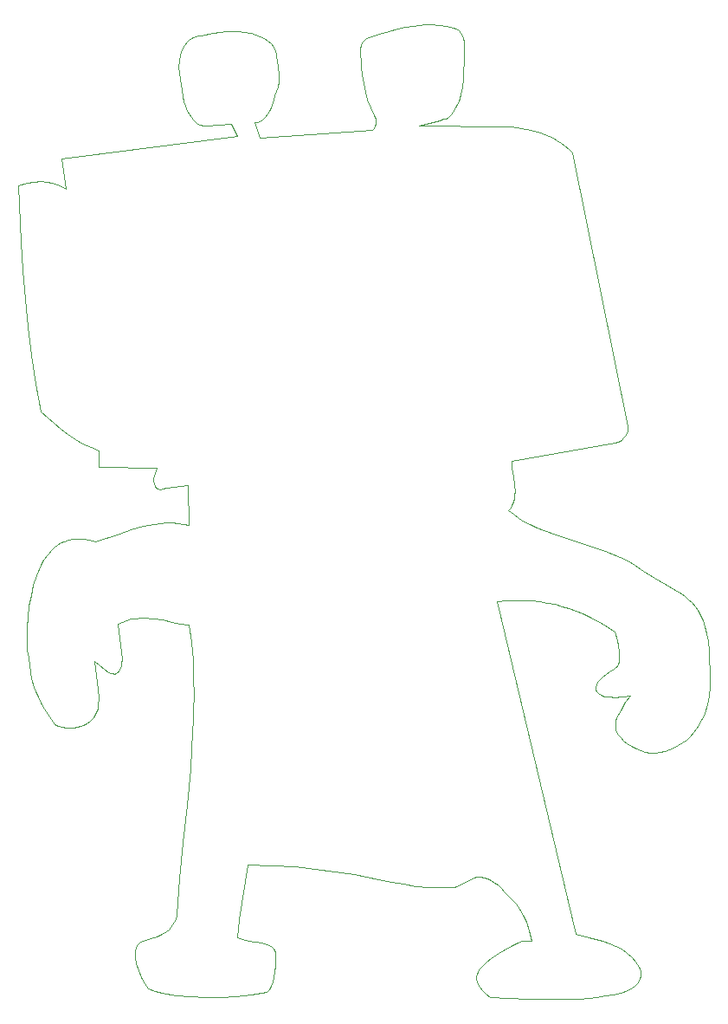
<source format=gbr>
%TF.GenerationSoftware,KiCad,Pcbnew,(5.1.6)-1*%
%TF.CreationDate,2021-02-21T20:50:40+01:00*%
%TF.ProjectId,RobiV3,526f6269-5633-42e6-9b69-6361645f7063,rev?*%
%TF.SameCoordinates,Original*%
%TF.FileFunction,Profile,NP*%
%FSLAX46Y46*%
G04 Gerber Fmt 4.6, Leading zero omitted, Abs format (unit mm)*
G04 Created by KiCad (PCBNEW (5.1.6)-1) date 2021-02-21 20:50:40*
%MOMM*%
%LPD*%
G01*
G04 APERTURE LIST*
%TA.AperFunction,Profile*%
%ADD10C,0.100000*%
%TD*%
G04 APERTURE END LIST*
D10*
X126070100Y-52792060D02*
X125542000Y-52804600D01*
X125542000Y-52804600D02*
X124951200Y-52846110D01*
X124951200Y-52846110D02*
X124294300Y-52922420D01*
X124294300Y-52922420D02*
X123571700Y-53040260D01*
X123571700Y-53040260D02*
X122779900Y-53202800D01*
X122779900Y-53202800D02*
X121916600Y-53418260D01*
X121916600Y-53418260D02*
X120982800Y-53689850D01*
X120982800Y-53689850D02*
X119975500Y-54025210D01*
X119975500Y-54025210D02*
X119767000Y-54139300D01*
X119767000Y-54139300D02*
X119596900Y-54265920D01*
X119596900Y-54265920D02*
X119463000Y-54400220D01*
X119463000Y-54400220D02*
X119361200Y-54541440D01*
X119361200Y-54541440D02*
X119234300Y-54831340D01*
X119234300Y-54831340D02*
X119190000Y-55113580D01*
X119190000Y-55113580D02*
X119279700Y-56836020D01*
X119279700Y-56836020D02*
X119361400Y-57685550D01*
X119361400Y-57685550D02*
X119480300Y-58522550D01*
X119480300Y-58522550D02*
X119648500Y-59344210D01*
X119648500Y-59344210D02*
X119874100Y-60147350D01*
X119874100Y-60147350D02*
X120170200Y-60929400D01*
X120170200Y-60929400D02*
X120542900Y-61685200D01*
X120542900Y-61685200D02*
X120647700Y-62030300D01*
X120647700Y-62030300D02*
X120702100Y-62376300D01*
X120702100Y-62376300D02*
X120684500Y-62548300D01*
X120684500Y-62548300D02*
X120622200Y-62721400D01*
X120622200Y-62721400D02*
X120505400Y-62894300D01*
X120505400Y-62894300D02*
X120326200Y-63066300D01*
X120326200Y-63066300D02*
X109332200Y-63903400D01*
X109332200Y-63903400D02*
X108807200Y-62313400D01*
X108807200Y-62313400D02*
X108936100Y-62347300D01*
X108936100Y-62347300D02*
X109067000Y-62348200D01*
X109067000Y-62348200D02*
X109331900Y-62262200D01*
X109331900Y-62262200D02*
X109595000Y-62080600D01*
X109595000Y-62080600D02*
X109848700Y-61829200D01*
X109848700Y-61829200D02*
X110080500Y-61533500D01*
X110080500Y-61533500D02*
X110280900Y-61219300D01*
X110280900Y-61219300D02*
X110441100Y-60912900D01*
X110441100Y-60912900D02*
X110551900Y-60638330D01*
X110551900Y-60638330D02*
X110670800Y-60165690D01*
X110670800Y-60165690D02*
X110815800Y-59738490D01*
X110815800Y-59738490D02*
X110959900Y-59316150D01*
X110959900Y-59316150D02*
X111085800Y-58859030D01*
X111085800Y-58859030D02*
X111174400Y-58326350D01*
X111174400Y-58326350D02*
X111201600Y-57676950D01*
X111201600Y-57676950D02*
X111146200Y-56869880D01*
X111146200Y-56869880D02*
X110989000Y-55866600D01*
X110989000Y-55866600D02*
X110959800Y-55626810D01*
X110959800Y-55626810D02*
X110903400Y-55404620D01*
X110903400Y-55404620D02*
X110718100Y-55007350D01*
X110718100Y-55007350D02*
X110449200Y-54668060D01*
X110449200Y-54668060D02*
X110115600Y-54379080D01*
X110115600Y-54379080D02*
X109734000Y-54135560D01*
X109734000Y-54135560D02*
X109317800Y-53930570D01*
X109317800Y-53930570D02*
X108458500Y-53605870D01*
X108458500Y-53605870D02*
X107848200Y-53514970D01*
X107848200Y-53514970D02*
X107238700Y-53466520D01*
X107238700Y-53466520D02*
X106626200Y-53456790D01*
X106626200Y-53456790D02*
X106015800Y-53482040D01*
X106015800Y-53482040D02*
X105406300Y-53539090D01*
X105406300Y-53539090D02*
X104793700Y-53623070D01*
X104793700Y-53623070D02*
X103573900Y-53857050D01*
X103573900Y-53857050D02*
X103299000Y-53897650D01*
X103299000Y-53897650D02*
X103047200Y-53962350D01*
X103047200Y-53962350D02*
X102817300Y-54051390D01*
X102817300Y-54051390D02*
X102608900Y-54163420D01*
X102608900Y-54163420D02*
X102419400Y-54296770D01*
X102419400Y-54296770D02*
X102248300Y-54452390D01*
X102248300Y-54452390D02*
X101961200Y-54822540D01*
X101961200Y-54822540D02*
X101739500Y-55266190D01*
X101739500Y-55266190D02*
X101573300Y-55773640D01*
X101573300Y-55773640D02*
X101460400Y-56339980D01*
X101460400Y-56339980D02*
X101392000Y-56954780D01*
X101392000Y-56954780D02*
X101514800Y-58113670D01*
X101514800Y-58113670D02*
X101677000Y-59234970D01*
X101677000Y-59234970D02*
X101783800Y-59770280D01*
X101783800Y-59770280D02*
X101914800Y-60283510D01*
X101914800Y-60283510D02*
X102072900Y-60769810D01*
X102072900Y-60769810D02*
X102263400Y-61225100D01*
X102263400Y-61225100D02*
X102638000Y-61822200D01*
X102638000Y-61822200D02*
X102838600Y-62083400D01*
X102838600Y-62083400D02*
X103051000Y-62307500D01*
X103051000Y-62307500D02*
X103280700Y-62484400D01*
X103280700Y-62484400D02*
X103528600Y-62607100D01*
X103528600Y-62607100D02*
X103799600Y-62664100D01*
X103799600Y-62664100D02*
X104095700Y-62647700D01*
X104095700Y-62647700D02*
X106540700Y-62480400D01*
X106540700Y-62480400D02*
X107150000Y-63736100D01*
X107150000Y-63736100D02*
X89961750Y-65912900D01*
X89961750Y-65912900D02*
X90397810Y-68843400D01*
X90397810Y-68843400D02*
X89970720Y-68631600D01*
X89970720Y-68631600D02*
X89522570Y-68442200D01*
X89522570Y-68442200D02*
X89041090Y-68288600D01*
X89041090Y-68288600D02*
X88513210Y-68182200D01*
X88513210Y-68182200D02*
X87925870Y-68137900D01*
X87925870Y-68137900D02*
X87267020Y-68168700D01*
X87267020Y-68168700D02*
X86526660Y-68287700D01*
X86526660Y-68287700D02*
X85686499Y-68508000D01*
X85686499Y-68508000D02*
X85684499Y-68508000D01*
X85684499Y-68508000D02*
X85999899Y-74056800D01*
X85999899Y-74056800D02*
X86181180Y-76829900D01*
X86181180Y-76829900D02*
X86397750Y-79599200D01*
X86397750Y-79599200D02*
X86666570Y-82363400D01*
X86666570Y-82363400D02*
X87004190Y-85119900D01*
X87004190Y-85119900D02*
X87427200Y-87869900D01*
X87427200Y-87869900D02*
X87950980Y-90609000D01*
X87950980Y-90609000D02*
X89228370Y-91762100D01*
X89228370Y-91762100D02*
X89889180Y-92307300D01*
X89889180Y-92307300D02*
X90573200Y-92824300D01*
X90573200Y-92824300D02*
X91282370Y-93304800D01*
X91282370Y-93304800D02*
X92023700Y-93741500D01*
X92023700Y-93741500D02*
X92803420Y-94129200D01*
X92803420Y-94129200D02*
X93624280Y-94460700D01*
X93624280Y-94460700D02*
X93624280Y-96009100D01*
X93624280Y-96009100D02*
X99294700Y-96134900D01*
X99294700Y-96134900D02*
X98946100Y-97139000D01*
X98946100Y-97139000D02*
X98963700Y-97433800D01*
X98963700Y-97433800D02*
X99010100Y-97689000D01*
X99010100Y-97689000D02*
X99090500Y-97898800D01*
X99090500Y-97898800D02*
X99211400Y-98058200D01*
X99211400Y-98058200D02*
X99372500Y-98159700D01*
X99372500Y-98159700D02*
X99583100Y-98198300D01*
X99583100Y-98198300D02*
X99847100Y-98167500D01*
X99847100Y-98167500D02*
X100168300Y-98060000D01*
X100168300Y-98060000D02*
X102349200Y-97808800D01*
X102349200Y-97808800D02*
X102436800Y-101743600D01*
X102436800Y-101743600D02*
X101877800Y-101602500D01*
X101877800Y-101602500D02*
X101316700Y-101512600D01*
X101316700Y-101512600D02*
X100752600Y-101470100D01*
X100752600Y-101470100D02*
X100185600Y-101472100D01*
X100185600Y-101472100D02*
X99616400Y-101511700D01*
X99616400Y-101511700D02*
X99045200Y-101587100D01*
X99045200Y-101587100D02*
X97896900Y-101825800D01*
X97896900Y-101825800D02*
X96745400Y-102153500D01*
X96745400Y-102153500D02*
X95589100Y-102536300D01*
X95589100Y-102536300D02*
X93275260Y-103334600D01*
X93275260Y-103334600D02*
X92649720Y-103178100D01*
X92649720Y-103178100D02*
X92074470Y-103089000D01*
X92074470Y-103089000D02*
X91548550Y-103061200D01*
X91548550Y-103061200D02*
X91069210Y-103087200D01*
X91069210Y-103087200D02*
X90633930Y-103162600D01*
X90633930Y-103162600D02*
X90238010Y-103282400D01*
X90238010Y-103282400D02*
X89879540Y-103439000D01*
X89879540Y-103439000D02*
X89556150Y-103628500D01*
X89556150Y-103628500D02*
X89266090Y-103843000D01*
X89266090Y-103843000D02*
X89006050Y-104078800D01*
X89006050Y-104078800D02*
X88561790Y-104587200D01*
X88561790Y-104587200D02*
X88203310Y-105108300D01*
X88203310Y-105108300D02*
X87909160Y-105595400D01*
X87909160Y-105595400D02*
X87515210Y-106581200D01*
X87515210Y-106581200D02*
X87195910Y-107578700D01*
X87195910Y-107578700D02*
X86946000Y-108589700D01*
X86946000Y-108589700D02*
X86758680Y-109615200D01*
X86758680Y-109615200D02*
X86631770Y-110655300D01*
X86631770Y-110655300D02*
X86560270Y-111712700D01*
X86560270Y-111712700D02*
X86537070Y-112788500D01*
X86537070Y-112788500D02*
X86558270Y-113883600D01*
X86558270Y-113883600D02*
X86747550Y-114657700D01*
X86747550Y-114657700D02*
X86840350Y-115344000D01*
X86840350Y-115344000D02*
X86908750Y-116006100D01*
X86908750Y-116006100D02*
X87018500Y-116706700D01*
X87018500Y-116706700D02*
X87238190Y-117508900D01*
X87238190Y-117508900D02*
X87411480Y-117969100D01*
X87411480Y-117969100D02*
X87640140Y-118478600D01*
X87640140Y-118478600D02*
X87930190Y-119045000D01*
X87930190Y-119045000D02*
X88290810Y-119676100D01*
X88290810Y-119676100D02*
X88733120Y-120380700D01*
X88733120Y-120380700D02*
X89261970Y-121166500D01*
X89261970Y-121166500D02*
X89637800Y-121312400D01*
X89637800Y-121312400D02*
X90018500Y-121417700D01*
X90018500Y-121417700D02*
X90398230Y-121483600D01*
X90398230Y-121483600D02*
X90768990Y-121511600D01*
X90768990Y-121511600D02*
X91127470Y-121504000D01*
X91127470Y-121504000D02*
X91462940Y-121461300D01*
X91462940Y-121461300D02*
X91772310Y-121385900D01*
X91772310Y-121385900D02*
X92049300Y-121279800D01*
X92049300Y-121279800D02*
X92386730Y-121095200D01*
X92386730Y-121095200D02*
X92720260Y-120838900D01*
X92720260Y-120838900D02*
X93047560Y-120481300D01*
X93047560Y-120481300D02*
X93362760Y-119995200D01*
X93362760Y-119995200D02*
X93464510Y-119650100D01*
X93464510Y-119650100D02*
X93531010Y-119297300D01*
X93531010Y-119297300D02*
X93577410Y-118570500D01*
X93577410Y-118570500D02*
X93540210Y-117824300D01*
X93540210Y-117824300D02*
X93450510Y-117064700D01*
X93450510Y-117064700D02*
X93187740Y-114972100D01*
X93187740Y-114972100D02*
X93673130Y-115408800D01*
X93673130Y-115408800D02*
X94131610Y-115786800D01*
X94131610Y-115786800D02*
X94552670Y-116070000D01*
X94552670Y-116070000D02*
X94747010Y-116164800D01*
X94747010Y-116164800D02*
X94932390Y-116222800D01*
X94932390Y-116222800D02*
X95103740Y-116238300D01*
X95103740Y-116238300D02*
X95261800Y-116208100D01*
X95261800Y-116208100D02*
X95407800Y-116127000D01*
X95407800Y-116127000D02*
X95538800Y-115990900D01*
X95538800Y-115990900D02*
X95651700Y-115795600D01*
X95651700Y-115795600D02*
X95751500Y-115535600D01*
X95751500Y-115535600D02*
X95831000Y-115206000D01*
X95831000Y-115206000D02*
X95893300Y-114804900D01*
X95893300Y-114804900D02*
X95457100Y-111371700D01*
X95457100Y-111371700D02*
X95893300Y-111162800D01*
X95893300Y-111162800D02*
X96330600Y-111003500D01*
X96330600Y-111003500D02*
X96764600Y-110889400D01*
X96764600Y-110889400D02*
X97201900Y-110816800D01*
X97201900Y-110816800D02*
X97637900Y-110780200D01*
X97637900Y-110780200D02*
X98075200Y-110776300D01*
X98075200Y-110776300D02*
X98946600Y-110842800D01*
X98946600Y-110842800D02*
X99819800Y-110981100D01*
X99819800Y-110981100D02*
X100692400Y-111154000D01*
X100692400Y-111154000D02*
X101563700Y-111325200D01*
X101563700Y-111325200D02*
X102437000Y-111455700D01*
X102437000Y-111455700D02*
X102643500Y-113153900D01*
X102643500Y-113153900D02*
X102780500Y-114870500D01*
X102780500Y-114870500D02*
X102856100Y-116604600D01*
X102856100Y-116604600D02*
X102873700Y-118353000D01*
X102873700Y-118353000D02*
X102848500Y-119767000D01*
X102848500Y-119767000D02*
X102858500Y-120396600D01*
X102858500Y-120396600D02*
X102815100Y-120787700D01*
X102815100Y-120787700D02*
X102768700Y-121887700D01*
X102768700Y-121887700D02*
X102659900Y-123669900D01*
X102659900Y-123669900D02*
X102523900Y-125461000D01*
X102523900Y-125461000D02*
X102190600Y-129056600D01*
X102190600Y-129056600D02*
X101823700Y-132660900D01*
X101823700Y-132660900D02*
X101480300Y-136259300D01*
X101480300Y-136259300D02*
X101215400Y-139836600D01*
X101215400Y-139836600D02*
X101108500Y-140193300D01*
X101108500Y-140193300D02*
X100973400Y-140506400D01*
X100973400Y-140506400D02*
X100815300Y-140779900D01*
X100815300Y-140779900D02*
X100636000Y-141016700D01*
X100636000Y-141016700D02*
X100437500Y-141220700D01*
X100437500Y-141220700D02*
X100222900Y-141395600D01*
X100222900Y-141395600D02*
X99749700Y-141676900D01*
X99749700Y-141676900D02*
X99236700Y-141890500D01*
X99236700Y-141890500D02*
X98700800Y-142066300D01*
X98700800Y-142066300D02*
X98163000Y-142236500D01*
X98163000Y-142236500D02*
X97638100Y-142431700D01*
X97638100Y-142431700D02*
X97454800Y-142576700D01*
X97454800Y-142576700D02*
X97316900Y-142765200D01*
X97316900Y-142765200D02*
X97219200Y-142992300D01*
X97219200Y-142992300D02*
X97158700Y-143253300D01*
X97158700Y-143253300D02*
X97135500Y-143543200D01*
X97135500Y-143543200D02*
X97143500Y-143854400D01*
X97143500Y-143854400D02*
X97246300Y-144525200D01*
X97246300Y-144525200D02*
X97446900Y-145222200D01*
X97446900Y-145222200D02*
X97725800Y-145901700D01*
X97725800Y-145901700D02*
X98057200Y-146521200D01*
X98057200Y-146521200D02*
X98421900Y-147036300D01*
X98421900Y-147036300D02*
X99080800Y-147226700D01*
X99080800Y-147226700D02*
X99753600Y-147392000D01*
X99753600Y-147392000D02*
X101133600Y-147645300D01*
X101133600Y-147645300D02*
X102552900Y-147804900D01*
X102552900Y-147804900D02*
X104006500Y-147873300D01*
X104006500Y-147873300D02*
X105488500Y-147858700D01*
X105488500Y-147858700D02*
X106989400Y-147765900D01*
X106989400Y-147765900D02*
X108503400Y-147601700D01*
X108503400Y-147601700D02*
X110026500Y-147370700D01*
X110026500Y-147370700D02*
X110250300Y-147102800D01*
X110250300Y-147102800D02*
X110433500Y-146754100D01*
X110433500Y-146754100D02*
X110581600Y-146337500D01*
X110581600Y-146337500D02*
X110696500Y-145865800D01*
X110696500Y-145865800D02*
X110783000Y-145352600D01*
X110783000Y-145352600D02*
X110843500Y-144810300D01*
X110843500Y-144810300D02*
X110899900Y-143687200D01*
X110899900Y-143687200D02*
X110874700Y-143452300D01*
X110874700Y-143452300D02*
X110794000Y-143251200D01*
X110794000Y-143251200D02*
X110666100Y-143080200D01*
X110666100Y-143080200D02*
X110495900Y-142936200D01*
X110495900Y-142936200D02*
X110289300Y-142815400D01*
X110289300Y-142815400D02*
X110051600Y-142714700D01*
X110051600Y-142714700D02*
X109501600Y-142558200D01*
X109501600Y-142558200D02*
X108267600Y-142325400D01*
X108267600Y-142325400D02*
X107671100Y-142192900D01*
X107671100Y-142192900D02*
X107147400Y-142013200D01*
X107147400Y-142013200D02*
X107277400Y-140213300D01*
X107277400Y-140213300D02*
X108194100Y-134896400D01*
X108194100Y-134896400D02*
X112819900Y-135064500D01*
X112819900Y-135064500D02*
X118577800Y-135817600D01*
X118577800Y-135817600D02*
X120979400Y-136312500D01*
X120979400Y-136312500D02*
X122178000Y-136564700D01*
X122178000Y-136564700D02*
X123382900Y-136793700D01*
X123382900Y-136793700D02*
X124597300Y-136979200D01*
X124597300Y-136979200D02*
X125827300Y-137101100D01*
X125827300Y-137101100D02*
X127076900Y-137138800D01*
X127076900Y-137138800D02*
X127710400Y-137120400D01*
X127710400Y-137120400D02*
X128349700Y-137073100D01*
X128349700Y-137073100D02*
X130531000Y-136068900D01*
X130531000Y-136068900D02*
X130909200Y-136095800D01*
X130909200Y-136095800D02*
X131273700Y-136168300D01*
X131273700Y-136168300D02*
X131628500Y-136285300D01*
X131628500Y-136285300D02*
X131971600Y-136445800D01*
X131971600Y-136445800D02*
X132303000Y-136646800D01*
X132303000Y-136646800D02*
X132624600Y-136889400D01*
X132624600Y-136889400D02*
X132934600Y-137171600D01*
X132934600Y-137171600D02*
X133236700Y-137491700D01*
X133236700Y-137491700D02*
X134004700Y-138322000D01*
X134004700Y-138322000D02*
X134379000Y-138751000D01*
X134379000Y-138751000D02*
X134739600Y-139233400D01*
X134739600Y-139233400D02*
X135078800Y-139803600D01*
X135078800Y-139803600D02*
X135388800Y-140497600D01*
X135388800Y-140497600D02*
X135663600Y-141348100D01*
X135663600Y-141348100D02*
X135897500Y-142389100D01*
X135897500Y-142389100D02*
X135679200Y-142333000D01*
X135679200Y-142333000D02*
X135459000Y-142316500D01*
X135459000Y-142316500D02*
X135234700Y-142334900D01*
X135234700Y-142334900D02*
X135008600Y-142383400D01*
X135008600Y-142383400D02*
X134548600Y-142551400D01*
X134548600Y-142551400D02*
X134086600Y-142785500D01*
X134086600Y-142785500D02*
X133164600Y-143303400D01*
X133164600Y-143303400D02*
X132714300Y-143515100D01*
X132714300Y-143515100D02*
X131918900Y-144062100D01*
X131918900Y-144062100D02*
X131542700Y-144369500D01*
X131542700Y-144369500D02*
X131174400Y-144710600D01*
X131174400Y-144710600D02*
X130788300Y-145159200D01*
X130788300Y-145159200D02*
X130649900Y-145376700D01*
X130649900Y-145376700D02*
X130556300Y-145595100D01*
X130556300Y-145595100D02*
X130509600Y-145819400D01*
X130509600Y-145819400D02*
X130513600Y-146052300D01*
X130513600Y-146052300D02*
X130572100Y-146298800D01*
X130572100Y-146298800D02*
X130691100Y-146562800D01*
X130691100Y-146562800D02*
X130872400Y-146847800D01*
X130872400Y-146847800D02*
X131121900Y-147158900D01*
X131121900Y-147158900D02*
X131443500Y-147499200D01*
X131443500Y-147499200D02*
X131839200Y-147874200D01*
X131839200Y-147874200D02*
X135461100Y-148002700D01*
X135461100Y-148002700D02*
X137238900Y-148044400D01*
X137238900Y-148044400D02*
X138979500Y-148044400D01*
X138979500Y-148044400D02*
X140671600Y-147981600D01*
X140671600Y-147981600D02*
X142309000Y-147834600D01*
X142309000Y-147834600D02*
X143100500Y-147722600D01*
X143100500Y-147722600D02*
X143876300Y-147582500D01*
X143876300Y-147582500D02*
X144630700Y-147410400D01*
X144630700Y-147410400D02*
X145363600Y-147204400D01*
X145363600Y-147204400D02*
X145720300Y-146961800D01*
X145720300Y-146961800D02*
X146008900Y-146722100D01*
X146008900Y-146722100D02*
X146236900Y-146484300D01*
X146236900Y-146484300D02*
X146404600Y-146248500D01*
X146404600Y-146248500D02*
X146515600Y-146013800D01*
X146515600Y-146013800D02*
X146578000Y-145781700D01*
X146578000Y-145781700D02*
X146593600Y-145550700D01*
X146593600Y-145550700D02*
X146566300Y-145321700D01*
X146566300Y-145321700D02*
X146498100Y-145092600D01*
X146498100Y-145092600D02*
X146396800Y-144866500D01*
X146396800Y-144866500D02*
X146104300Y-144415000D01*
X146104300Y-144415000D02*
X145720300Y-143966400D01*
X145720300Y-143966400D02*
X145277800Y-143520900D01*
X145277800Y-143520900D02*
X144724200Y-143145900D01*
X144724200Y-143145900D02*
X144133600Y-142833700D01*
X144133600Y-142833700D02*
X143515700Y-142574700D01*
X143515700Y-142574700D02*
X142874300Y-142357200D01*
X142874300Y-142357200D02*
X141548700Y-142001600D01*
X141548700Y-142001600D02*
X140217300Y-141678800D01*
X140217300Y-141678800D02*
X132539000Y-109195800D01*
X132539000Y-109195800D02*
X133424000Y-109104000D01*
X133424000Y-109104000D02*
X134281700Y-109058700D01*
X134281700Y-109058700D02*
X135110100Y-109058700D01*
X135110100Y-109058700D02*
X135915300Y-109100200D01*
X135915300Y-109100200D02*
X136695000Y-109181400D01*
X136695000Y-109181400D02*
X137453200Y-109300200D01*
X137453200Y-109300200D02*
X138188100Y-109454900D01*
X138188100Y-109454900D02*
X138903600Y-109643300D01*
X138903600Y-109643300D02*
X139599400Y-109861900D01*
X139599400Y-109861900D02*
X140277800Y-110110200D01*
X140277800Y-110110200D02*
X140940600Y-110384800D01*
X140940600Y-110384800D02*
X141587800Y-110684500D01*
X141587800Y-110684500D02*
X142843100Y-111348400D01*
X142843100Y-111348400D02*
X144055500Y-112083800D01*
X144055500Y-112083800D02*
X144268100Y-112958700D01*
X144268100Y-112958700D02*
X144379100Y-113500900D01*
X144379100Y-113500900D02*
X144461000Y-114061400D01*
X144461000Y-114061400D02*
X144490300Y-114603600D01*
X144490300Y-114603600D02*
X144439600Y-115090000D01*
X144439600Y-115090000D02*
X144377300Y-115299600D01*
X144377300Y-115299600D02*
X144285700Y-115481500D01*
X144285700Y-115481500D02*
X144163000Y-115630100D01*
X144163000Y-115630100D02*
X144005000Y-115740300D01*
X144005000Y-115740300D02*
X143576200Y-115979100D01*
X143576200Y-115979100D02*
X143194100Y-116233300D01*
X143194100Y-116233300D02*
X142866600Y-116496300D01*
X142866600Y-116496300D02*
X142597600Y-116764000D01*
X142597600Y-116764000D02*
X142389000Y-117030700D01*
X142389000Y-117030700D02*
X142246800Y-117291500D01*
X142246800Y-117291500D02*
X142176600Y-117542000D01*
X142176600Y-117542000D02*
X142182600Y-117774900D01*
X142182600Y-117774900D02*
X142270200Y-117985700D01*
X142270200Y-117985700D02*
X142443700Y-118169400D01*
X142443700Y-118169400D02*
X142706800Y-118321000D01*
X142706800Y-118321000D02*
X143063600Y-118434200D01*
X143063600Y-118434200D02*
X143521700Y-118504700D01*
X143521700Y-118504700D02*
X144083000Y-118526900D01*
X144083000Y-118526900D02*
X144753600Y-118495000D01*
X144753600Y-118495000D02*
X145539200Y-118405000D01*
X145539200Y-118405000D02*
X145100600Y-119015000D01*
X145100600Y-119015000D02*
X144699100Y-119621900D01*
X144699100Y-119621900D02*
X144375500Y-120221200D01*
X144375500Y-120221200D02*
X144254700Y-120518000D01*
X144254700Y-120518000D02*
X144168800Y-120810900D01*
X144168800Y-120810900D02*
X144120200Y-121100800D01*
X144120200Y-121100800D02*
X144116200Y-121387900D01*
X144116200Y-121387900D02*
X144161000Y-121670200D01*
X144161000Y-121670200D02*
X144256600Y-121948400D01*
X144256600Y-121948400D02*
X144412500Y-122221900D01*
X144412500Y-122221900D02*
X144630800Y-122489800D01*
X144630800Y-122489800D02*
X144919200Y-122752600D01*
X144919200Y-122752600D02*
X145278000Y-123009700D01*
X145278000Y-123009700D02*
X145697100Y-123325800D01*
X145697100Y-123325800D02*
X146135600Y-123574200D01*
X146135600Y-123574200D02*
X146587800Y-123756900D01*
X146587800Y-123756900D02*
X147053800Y-123877800D01*
X147053800Y-123877800D02*
X147525500Y-123938600D01*
X147525500Y-123938600D02*
X147999200Y-123944400D01*
X147999200Y-123944400D02*
X148472900Y-123897100D01*
X148472900Y-123897100D02*
X148940700Y-123799400D01*
X148940700Y-123799400D02*
X149400800Y-123654400D01*
X149400800Y-123654400D02*
X149845200Y-123465900D01*
X149845200Y-123465900D02*
X150272100Y-123236900D01*
X150272100Y-123236900D02*
X150677600Y-122970000D01*
X150677600Y-122970000D02*
X151055700Y-122668500D01*
X151055700Y-122668500D02*
X151404700Y-122335000D01*
X151404700Y-122335000D02*
X151720500Y-121973500D01*
X151720500Y-121973500D02*
X151997300Y-121585900D01*
X151997300Y-121585900D02*
X152242900Y-121236200D01*
X152242900Y-121236200D02*
X152461200Y-120867900D01*
X152461200Y-120867900D02*
X152650300Y-120482200D01*
X152650300Y-120482200D02*
X152815900Y-120083100D01*
X152815900Y-120083100D02*
X153073300Y-119249900D01*
X153073300Y-119249900D02*
X153246700Y-118382000D01*
X153246700Y-118382000D02*
X153344200Y-117496600D01*
X153344200Y-117496600D02*
X153377400Y-116608400D01*
X153377400Y-116608400D02*
X153361800Y-115733600D01*
X153361800Y-115733600D02*
X153305300Y-114888900D01*
X153305300Y-114888900D02*
X153258400Y-113929900D01*
X153258400Y-113929900D02*
X153164900Y-113071600D01*
X153164900Y-113071600D02*
X153034300Y-112307200D01*
X153034300Y-112307200D02*
X152864600Y-111628600D01*
X152864600Y-111628600D02*
X152663900Y-111028400D01*
X152663900Y-111028400D02*
X152430000Y-110499600D01*
X152430000Y-110499600D02*
X152170700Y-110035800D01*
X152170700Y-110035800D02*
X151886100Y-109627800D01*
X151886100Y-109627800D02*
X151580100Y-109270200D01*
X151580100Y-109270200D02*
X151258500Y-108953200D01*
X151258500Y-108953200D02*
X150919300Y-108671000D01*
X150919300Y-108671000D02*
X150570400Y-108416800D01*
X150570400Y-108416800D02*
X149849100Y-107958700D01*
X149849100Y-107958700D02*
X149118000Y-107521800D01*
X149118000Y-107521800D02*
X148523600Y-107215400D01*
X148523600Y-107215400D02*
X147956300Y-106880100D01*
X147956300Y-106880100D02*
X146862700Y-106162800D01*
X146862700Y-106162800D02*
X145755500Y-105455200D01*
X145755500Y-105455200D02*
X145170700Y-105132400D01*
X145170700Y-105132400D02*
X144554700Y-104842500D01*
X144554700Y-104842500D02*
X143104500Y-104281000D01*
X143104500Y-104281000D02*
X141586000Y-103762900D01*
X141586000Y-103762900D02*
X138537200Y-102761500D01*
X138537200Y-102761500D02*
X137096700Y-102231800D01*
X137096700Y-102231800D02*
X136418300Y-101948700D01*
X136418300Y-101948700D02*
X135775000Y-101649900D01*
X135775000Y-101649900D02*
X135174600Y-101331900D01*
X135174600Y-101331900D02*
X134619100Y-100992700D01*
X134619100Y-100992700D02*
X134118100Y-100629300D01*
X134118100Y-100629300D02*
X133673700Y-100238000D01*
X133673700Y-100238000D02*
X133868500Y-99993300D01*
X133868500Y-99993300D02*
X134018600Y-99722700D01*
X134018600Y-99722700D02*
X134131700Y-99430900D01*
X134131700Y-99430900D02*
X134209700Y-99117600D01*
X134209700Y-99117600D02*
X134254600Y-98786200D01*
X134254600Y-98786200D02*
X134274100Y-98438100D01*
X134274100Y-98438100D02*
X134244800Y-97702700D01*
X134244800Y-97702700D02*
X134149300Y-96927400D01*
X134149300Y-96927400D02*
X134016700Y-96131900D01*
X134016700Y-96131900D02*
X133942000Y-95437200D01*
X133942000Y-95437200D02*
X144084900Y-93683600D01*
X144084900Y-93683600D02*
X144421500Y-93550700D01*
X144421500Y-93550700D02*
X144697100Y-93386800D01*
X144697100Y-93386800D02*
X144917100Y-93196800D01*
X144917100Y-93196800D02*
X145086300Y-92985700D01*
X145086300Y-92985700D02*
X145209900Y-92759000D01*
X145209900Y-92759000D02*
X145292800Y-92521900D01*
X145292800Y-92521900D02*
X145340000Y-92279100D01*
X145340000Y-92279100D02*
X145356600Y-92035900D01*
X145356600Y-92035900D02*
X139870600Y-65327100D01*
X139870600Y-65327100D02*
X139529500Y-64976200D01*
X139529500Y-64976200D02*
X139172700Y-64657300D01*
X139172700Y-64657300D02*
X138802400Y-64367400D01*
X138802400Y-64367400D02*
X138420300Y-64106300D01*
X138420300Y-64106300D02*
X138022700Y-63872500D01*
X138022700Y-63872500D02*
X137613300Y-63665600D01*
X137613300Y-63665600D02*
X136761400Y-63322400D01*
X136761400Y-63322400D02*
X135864700Y-63068200D01*
X135864700Y-63068200D02*
X134933000Y-62892300D01*
X134933000Y-62892300D02*
X133968100Y-62784000D01*
X133968100Y-62784000D02*
X132975800Y-62731900D01*
X132975800Y-62731900D02*
X124950500Y-62647700D01*
X124950500Y-62647700D02*
X126956300Y-62145100D01*
X126956300Y-62145100D02*
X127141500Y-62071600D01*
X127141500Y-62071600D02*
X127326800Y-62022400D01*
X127326800Y-62022400D02*
X127511900Y-61973000D01*
X127511900Y-61973000D02*
X127697100Y-61900700D01*
X127697100Y-61900700D02*
X127884200Y-61779000D01*
X127884200Y-61779000D02*
X128069400Y-61586500D01*
X128069400Y-61586500D02*
X128254600Y-61297500D01*
X128254600Y-61297500D02*
X128439800Y-60889500D01*
X128439800Y-60889500D02*
X128626900Y-60588040D01*
X128626900Y-60588040D02*
X128782800Y-60271010D01*
X128782800Y-60271010D02*
X129014800Y-59594480D01*
X129014800Y-59594480D02*
X129159100Y-58869530D01*
X129159100Y-58869530D02*
X129237100Y-58110710D01*
X129237100Y-58110710D02*
X129270200Y-57326830D01*
X129270200Y-57326830D02*
X129280200Y-56530420D01*
X129280200Y-56530420D02*
X129313400Y-54945270D01*
X129313400Y-54945270D02*
X129346600Y-54695950D01*
X129346600Y-54695950D02*
X129333000Y-54426210D01*
X129333000Y-54426210D02*
X129272600Y-54148840D01*
X129272600Y-54148840D02*
X129161500Y-53876330D01*
X129161500Y-53876330D02*
X128999700Y-53621020D01*
X128999700Y-53621020D02*
X128787100Y-53395820D01*
X128787100Y-53395820D02*
X128524000Y-53212340D01*
X128524000Y-53212340D02*
X128206300Y-53083650D01*
X128206300Y-53083650D02*
X127997700Y-53023800D01*
X127997700Y-53023800D02*
X127580500Y-52926170D01*
X127580500Y-52926170D02*
X126943100Y-52833400D01*
X126943100Y-52833400D02*
X126071800Y-52792060D01*
X126071800Y-52792060D02*
X126070100Y-52792060D01*
M02*

</source>
